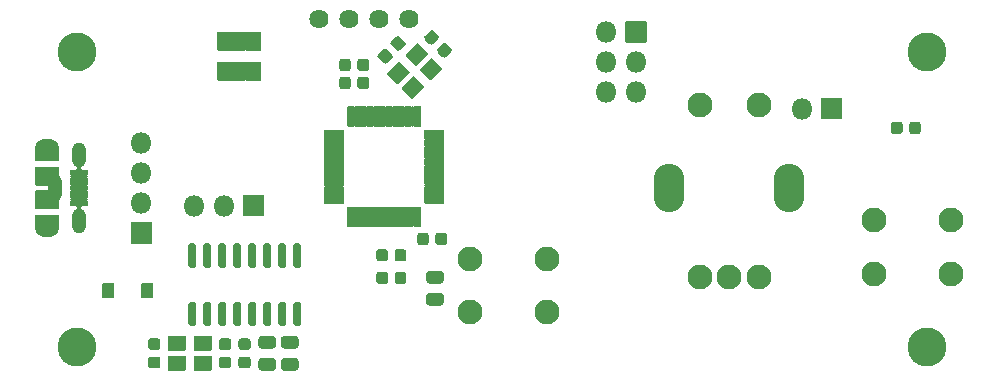
<source format=gbr>
G04 #@! TF.GenerationSoftware,KiCad,Pcbnew,(5.1.9)-1*
G04 #@! TF.CreationDate,2021-05-05T15:50:03+02:00*
G04 #@! TF.ProjectId,V0_Display,56305f44-6973-4706-9c61-792e6b696361,rev?*
G04 #@! TF.SameCoordinates,Original*
G04 #@! TF.FileFunction,Soldermask,Bot*
G04 #@! TF.FilePolarity,Negative*
%FSLAX46Y46*%
G04 Gerber Fmt 4.6, Leading zero omitted, Abs format (unit mm)*
G04 Created by KiCad (PCBNEW (5.1.9)-1) date 2021-05-05 15:50:03*
%MOMM*%
%LPD*%
G01*
G04 APERTURE LIST*
%ADD10O,1.802000X1.802000*%
%ADD11C,1.626000*%
%ADD12O,2.602000X4.102000*%
%ADD13C,2.102000*%
%ADD14O,1.202000X2.302000*%
%ADD15O,1.202000X2.102000*%
%ADD16O,2.002000X1.302000*%
%ADD17C,3.302000*%
%ADD18C,0.100000*%
G04 APERTURE END LIST*
G36*
G01*
X103674500Y-80876000D02*
X103123500Y-80876000D01*
G75*
G02*
X102873000Y-80625500I0J250500D01*
G01*
X102873000Y-80124500D01*
G75*
G02*
X103123500Y-79874000I250500J0D01*
G01*
X103674500Y-79874000D01*
G75*
G02*
X103925000Y-80124500I0J-250500D01*
G01*
X103925000Y-80625500D01*
G75*
G02*
X103674500Y-80876000I-250500J0D01*
G01*
G37*
G36*
G01*
X103674500Y-82426000D02*
X103123500Y-82426000D01*
G75*
G02*
X102873000Y-82175500I0J250500D01*
G01*
X102873000Y-81674500D01*
G75*
G02*
X103123500Y-81424000I250500J0D01*
G01*
X103674500Y-81424000D01*
G75*
G02*
X103925000Y-81674500I0J-250500D01*
G01*
X103925000Y-82175500D01*
G75*
G02*
X103674500Y-82426000I-250500J0D01*
G01*
G37*
G36*
G01*
X159667000Y-62345500D02*
X159667000Y-61794500D01*
G75*
G02*
X159917500Y-61544000I250500J0D01*
G01*
X160418500Y-61544000D01*
G75*
G02*
X160669000Y-61794500I0J-250500D01*
G01*
X160669000Y-62345500D01*
G75*
G02*
X160418500Y-62596000I-250500J0D01*
G01*
X159917500Y-62596000D01*
G75*
G02*
X159667000Y-62345500I0J250500D01*
G01*
G37*
G36*
G01*
X158117000Y-62345500D02*
X158117000Y-61794500D01*
G75*
G02*
X158367500Y-61544000I250500J0D01*
G01*
X158868500Y-61544000D01*
G75*
G02*
X159119000Y-61794500I0J-250500D01*
G01*
X159119000Y-62345500D01*
G75*
G02*
X158868500Y-62596000I-250500J0D01*
G01*
X158367500Y-62596000D01*
G75*
G02*
X158117000Y-62345500I0J250500D01*
G01*
G37*
G36*
G01*
X119548000Y-71743500D02*
X119548000Y-71192500D01*
G75*
G02*
X119798500Y-70942000I250500J0D01*
G01*
X120299500Y-70942000D01*
G75*
G02*
X120550000Y-71192500I0J-250500D01*
G01*
X120550000Y-71743500D01*
G75*
G02*
X120299500Y-71994000I-250500J0D01*
G01*
X119798500Y-71994000D01*
G75*
G02*
X119548000Y-71743500I0J250500D01*
G01*
G37*
G36*
G01*
X117998000Y-71743500D02*
X117998000Y-71192500D01*
G75*
G02*
X118248500Y-70942000I250500J0D01*
G01*
X118749500Y-70942000D01*
G75*
G02*
X119000000Y-71192500I0J-250500D01*
G01*
X119000000Y-71743500D01*
G75*
G02*
X118749500Y-71994000I-250500J0D01*
G01*
X118248500Y-71994000D01*
G75*
G02*
X117998000Y-71743500I0J250500D01*
G01*
G37*
D10*
X134006000Y-59022000D03*
X136546000Y-59022000D03*
X134006000Y-56482000D03*
X136546000Y-56482000D03*
X134006000Y-53942000D03*
G36*
G01*
X137447000Y-53092000D02*
X137447000Y-54792000D01*
G75*
G02*
X137396000Y-54843000I-51000J0D01*
G01*
X135696000Y-54843000D01*
G75*
G02*
X135645000Y-54792000I0J51000D01*
G01*
X135645000Y-53092000D01*
G75*
G02*
X135696000Y-53041000I51000J0D01*
G01*
X137396000Y-53041000D01*
G75*
G02*
X137447000Y-53092000I0J-51000D01*
G01*
G37*
G36*
G01*
X119305631Y-56117921D02*
X120154160Y-56966450D01*
G75*
G02*
X120154160Y-57038574I-36062J-36062D01*
G01*
X119164209Y-58028525D01*
G75*
G02*
X119092085Y-58028525I-36062J36062D01*
G01*
X118243556Y-57179996D01*
G75*
G02*
X118243556Y-57107872I36062J36062D01*
G01*
X119233507Y-56117921D01*
G75*
G02*
X119305631Y-56117921I36062J-36062D01*
G01*
G37*
G36*
G01*
X117749996Y-57673556D02*
X118598525Y-58522085D01*
G75*
G02*
X118598525Y-58594209I-36062J-36062D01*
G01*
X117608574Y-59584160D01*
G75*
G02*
X117536450Y-59584160I-36062J36062D01*
G01*
X116687921Y-58735631D01*
G75*
G02*
X116687921Y-58663507I36062J36062D01*
G01*
X117677872Y-57673556D01*
G75*
G02*
X117749996Y-57673556I36062J-36062D01*
G01*
G37*
G36*
G01*
X116547915Y-56471475D02*
X117396444Y-57320004D01*
G75*
G02*
X117396444Y-57392128I-36062J-36062D01*
G01*
X116406493Y-58382079D01*
G75*
G02*
X116334369Y-58382079I-36062J36062D01*
G01*
X115485840Y-57533550D01*
G75*
G02*
X115485840Y-57461426I36062J36062D01*
G01*
X116475791Y-56471475D01*
G75*
G02*
X116547915Y-56471475I36062J-36062D01*
G01*
G37*
G36*
G01*
X118103550Y-54915840D02*
X118952079Y-55764369D01*
G75*
G02*
X118952079Y-55836493I-36062J-36062D01*
G01*
X117962128Y-56826444D01*
G75*
G02*
X117890004Y-56826444I-36062J36062D01*
G01*
X117041475Y-55977915D01*
G75*
G02*
X117041475Y-55905791I36062J36062D01*
G01*
X118031426Y-54915840D01*
G75*
G02*
X118103550Y-54915840I36062J-36062D01*
G01*
G37*
G36*
G01*
X100601000Y-81399999D02*
X100601000Y-82600001D01*
G75*
G02*
X100550001Y-82651000I-50999J0D01*
G01*
X99149999Y-82651000D01*
G75*
G02*
X99099000Y-82600001I0J50999D01*
G01*
X99099000Y-81399999D01*
G75*
G02*
X99149999Y-81349000I50999J0D01*
G01*
X100550001Y-81349000D01*
G75*
G02*
X100601000Y-81399999I0J-50999D01*
G01*
G37*
G36*
G01*
X98401000Y-81399999D02*
X98401000Y-82600001D01*
G75*
G02*
X98350001Y-82651000I-50999J0D01*
G01*
X96949999Y-82651000D01*
G75*
G02*
X96899000Y-82600001I0J50999D01*
G01*
X96899000Y-81399999D01*
G75*
G02*
X96949999Y-81349000I50999J0D01*
G01*
X98350001Y-81349000D01*
G75*
G02*
X98401000Y-81399999I0J-50999D01*
G01*
G37*
G36*
G01*
X98401000Y-79699999D02*
X98401000Y-80900001D01*
G75*
G02*
X98350001Y-80951000I-50999J0D01*
G01*
X96949999Y-80951000D01*
G75*
G02*
X96899000Y-80900001I0J50999D01*
G01*
X96899000Y-79699999D01*
G75*
G02*
X96949999Y-79649000I50999J0D01*
G01*
X98350001Y-79649000D01*
G75*
G02*
X98401000Y-79699999I0J-50999D01*
G01*
G37*
G36*
G01*
X100601000Y-79699999D02*
X100601000Y-80900001D01*
G75*
G02*
X100550001Y-80951000I-50999J0D01*
G01*
X99149999Y-80951000D01*
G75*
G02*
X99099000Y-80900001I0J50999D01*
G01*
X99099000Y-79699999D01*
G75*
G02*
X99149999Y-79649000I50999J0D01*
G01*
X100550001Y-79649000D01*
G75*
G02*
X100601000Y-79699999I0J-50999D01*
G01*
G37*
G36*
G01*
X108040500Y-73901000D02*
X107689500Y-73901000D01*
G75*
G02*
X107514000Y-73725500I0J175500D01*
G01*
X107514000Y-72024500D01*
G75*
G02*
X107689500Y-71849000I175500J0D01*
G01*
X108040500Y-71849000D01*
G75*
G02*
X108216000Y-72024500I0J-175500D01*
G01*
X108216000Y-73725500D01*
G75*
G02*
X108040500Y-73901000I-175500J0D01*
G01*
G37*
G36*
G01*
X106770500Y-73901000D02*
X106419500Y-73901000D01*
G75*
G02*
X106244000Y-73725500I0J175500D01*
G01*
X106244000Y-72024500D01*
G75*
G02*
X106419500Y-71849000I175500J0D01*
G01*
X106770500Y-71849000D01*
G75*
G02*
X106946000Y-72024500I0J-175500D01*
G01*
X106946000Y-73725500D01*
G75*
G02*
X106770500Y-73901000I-175500J0D01*
G01*
G37*
G36*
G01*
X105500500Y-73901000D02*
X105149500Y-73901000D01*
G75*
G02*
X104974000Y-73725500I0J175500D01*
G01*
X104974000Y-72024500D01*
G75*
G02*
X105149500Y-71849000I175500J0D01*
G01*
X105500500Y-71849000D01*
G75*
G02*
X105676000Y-72024500I0J-175500D01*
G01*
X105676000Y-73725500D01*
G75*
G02*
X105500500Y-73901000I-175500J0D01*
G01*
G37*
G36*
G01*
X104230500Y-73901000D02*
X103879500Y-73901000D01*
G75*
G02*
X103704000Y-73725500I0J175500D01*
G01*
X103704000Y-72024500D01*
G75*
G02*
X103879500Y-71849000I175500J0D01*
G01*
X104230500Y-71849000D01*
G75*
G02*
X104406000Y-72024500I0J-175500D01*
G01*
X104406000Y-73725500D01*
G75*
G02*
X104230500Y-73901000I-175500J0D01*
G01*
G37*
G36*
G01*
X102960500Y-73901000D02*
X102609500Y-73901000D01*
G75*
G02*
X102434000Y-73725500I0J175500D01*
G01*
X102434000Y-72024500D01*
G75*
G02*
X102609500Y-71849000I175500J0D01*
G01*
X102960500Y-71849000D01*
G75*
G02*
X103136000Y-72024500I0J-175500D01*
G01*
X103136000Y-73725500D01*
G75*
G02*
X102960500Y-73901000I-175500J0D01*
G01*
G37*
G36*
G01*
X101690500Y-73901000D02*
X101339500Y-73901000D01*
G75*
G02*
X101164000Y-73725500I0J175500D01*
G01*
X101164000Y-72024500D01*
G75*
G02*
X101339500Y-71849000I175500J0D01*
G01*
X101690500Y-71849000D01*
G75*
G02*
X101866000Y-72024500I0J-175500D01*
G01*
X101866000Y-73725500D01*
G75*
G02*
X101690500Y-73901000I-175500J0D01*
G01*
G37*
G36*
G01*
X100420500Y-73901000D02*
X100069500Y-73901000D01*
G75*
G02*
X99894000Y-73725500I0J175500D01*
G01*
X99894000Y-72024500D01*
G75*
G02*
X100069500Y-71849000I175500J0D01*
G01*
X100420500Y-71849000D01*
G75*
G02*
X100596000Y-72024500I0J-175500D01*
G01*
X100596000Y-73725500D01*
G75*
G02*
X100420500Y-73901000I-175500J0D01*
G01*
G37*
G36*
G01*
X99150500Y-73901000D02*
X98799500Y-73901000D01*
G75*
G02*
X98624000Y-73725500I0J175500D01*
G01*
X98624000Y-72024500D01*
G75*
G02*
X98799500Y-71849000I175500J0D01*
G01*
X99150500Y-71849000D01*
G75*
G02*
X99326000Y-72024500I0J-175500D01*
G01*
X99326000Y-73725500D01*
G75*
G02*
X99150500Y-73901000I-175500J0D01*
G01*
G37*
G36*
G01*
X99150500Y-78851000D02*
X98799500Y-78851000D01*
G75*
G02*
X98624000Y-78675500I0J175500D01*
G01*
X98624000Y-76974500D01*
G75*
G02*
X98799500Y-76799000I175500J0D01*
G01*
X99150500Y-76799000D01*
G75*
G02*
X99326000Y-76974500I0J-175500D01*
G01*
X99326000Y-78675500D01*
G75*
G02*
X99150500Y-78851000I-175500J0D01*
G01*
G37*
G36*
G01*
X100420500Y-78851000D02*
X100069500Y-78851000D01*
G75*
G02*
X99894000Y-78675500I0J175500D01*
G01*
X99894000Y-76974500D01*
G75*
G02*
X100069500Y-76799000I175500J0D01*
G01*
X100420500Y-76799000D01*
G75*
G02*
X100596000Y-76974500I0J-175500D01*
G01*
X100596000Y-78675500D01*
G75*
G02*
X100420500Y-78851000I-175500J0D01*
G01*
G37*
G36*
G01*
X101690500Y-78851000D02*
X101339500Y-78851000D01*
G75*
G02*
X101164000Y-78675500I0J175500D01*
G01*
X101164000Y-76974500D01*
G75*
G02*
X101339500Y-76799000I175500J0D01*
G01*
X101690500Y-76799000D01*
G75*
G02*
X101866000Y-76974500I0J-175500D01*
G01*
X101866000Y-78675500D01*
G75*
G02*
X101690500Y-78851000I-175500J0D01*
G01*
G37*
G36*
G01*
X102960500Y-78851000D02*
X102609500Y-78851000D01*
G75*
G02*
X102434000Y-78675500I0J175500D01*
G01*
X102434000Y-76974500D01*
G75*
G02*
X102609500Y-76799000I175500J0D01*
G01*
X102960500Y-76799000D01*
G75*
G02*
X103136000Y-76974500I0J-175500D01*
G01*
X103136000Y-78675500D01*
G75*
G02*
X102960500Y-78851000I-175500J0D01*
G01*
G37*
G36*
G01*
X104230500Y-78851000D02*
X103879500Y-78851000D01*
G75*
G02*
X103704000Y-78675500I0J175500D01*
G01*
X103704000Y-76974500D01*
G75*
G02*
X103879500Y-76799000I175500J0D01*
G01*
X104230500Y-76799000D01*
G75*
G02*
X104406000Y-76974500I0J-175500D01*
G01*
X104406000Y-78675500D01*
G75*
G02*
X104230500Y-78851000I-175500J0D01*
G01*
G37*
G36*
G01*
X105500500Y-78851000D02*
X105149500Y-78851000D01*
G75*
G02*
X104974000Y-78675500I0J175500D01*
G01*
X104974000Y-76974500D01*
G75*
G02*
X105149500Y-76799000I175500J0D01*
G01*
X105500500Y-76799000D01*
G75*
G02*
X105676000Y-76974500I0J-175500D01*
G01*
X105676000Y-78675500D01*
G75*
G02*
X105500500Y-78851000I-175500J0D01*
G01*
G37*
G36*
G01*
X106770500Y-78851000D02*
X106419500Y-78851000D01*
G75*
G02*
X106244000Y-78675500I0J175500D01*
G01*
X106244000Y-76974500D01*
G75*
G02*
X106419500Y-76799000I175500J0D01*
G01*
X106770500Y-76799000D01*
G75*
G02*
X106946000Y-76974500I0J-175500D01*
G01*
X106946000Y-78675500D01*
G75*
G02*
X106770500Y-78851000I-175500J0D01*
G01*
G37*
G36*
G01*
X108040500Y-78851000D02*
X107689500Y-78851000D01*
G75*
G02*
X107514000Y-78675500I0J175500D01*
G01*
X107514000Y-76974500D01*
G75*
G02*
X107689500Y-76799000I175500J0D01*
G01*
X108040500Y-76799000D01*
G75*
G02*
X108216000Y-76974500I0J-175500D01*
G01*
X108216000Y-78675500D01*
G75*
G02*
X108040500Y-78851000I-175500J0D01*
G01*
G37*
G36*
G01*
X111821000Y-62275000D02*
X111821000Y-62825000D01*
G75*
G02*
X111770000Y-62876000I-51000J0D01*
G01*
X110170000Y-62876000D01*
G75*
G02*
X110119000Y-62825000I0J51000D01*
G01*
X110119000Y-62275000D01*
G75*
G02*
X110170000Y-62224000I51000J0D01*
G01*
X111770000Y-62224000D01*
G75*
G02*
X111821000Y-62275000I0J-51000D01*
G01*
G37*
G36*
G01*
X111821000Y-63075000D02*
X111821000Y-63625000D01*
G75*
G02*
X111770000Y-63676000I-51000J0D01*
G01*
X110170000Y-63676000D01*
G75*
G02*
X110119000Y-63625000I0J51000D01*
G01*
X110119000Y-63075000D01*
G75*
G02*
X110170000Y-63024000I51000J0D01*
G01*
X111770000Y-63024000D01*
G75*
G02*
X111821000Y-63075000I0J-51000D01*
G01*
G37*
G36*
G01*
X111821000Y-63875000D02*
X111821000Y-64425000D01*
G75*
G02*
X111770000Y-64476000I-51000J0D01*
G01*
X110170000Y-64476000D01*
G75*
G02*
X110119000Y-64425000I0J51000D01*
G01*
X110119000Y-63875000D01*
G75*
G02*
X110170000Y-63824000I51000J0D01*
G01*
X111770000Y-63824000D01*
G75*
G02*
X111821000Y-63875000I0J-51000D01*
G01*
G37*
G36*
G01*
X111821000Y-64675000D02*
X111821000Y-65225000D01*
G75*
G02*
X111770000Y-65276000I-51000J0D01*
G01*
X110170000Y-65276000D01*
G75*
G02*
X110119000Y-65225000I0J51000D01*
G01*
X110119000Y-64675000D01*
G75*
G02*
X110170000Y-64624000I51000J0D01*
G01*
X111770000Y-64624000D01*
G75*
G02*
X111821000Y-64675000I0J-51000D01*
G01*
G37*
G36*
G01*
X111821000Y-65475000D02*
X111821000Y-66025000D01*
G75*
G02*
X111770000Y-66076000I-51000J0D01*
G01*
X110170000Y-66076000D01*
G75*
G02*
X110119000Y-66025000I0J51000D01*
G01*
X110119000Y-65475000D01*
G75*
G02*
X110170000Y-65424000I51000J0D01*
G01*
X111770000Y-65424000D01*
G75*
G02*
X111821000Y-65475000I0J-51000D01*
G01*
G37*
G36*
G01*
X111821000Y-66275000D02*
X111821000Y-66825000D01*
G75*
G02*
X111770000Y-66876000I-51000J0D01*
G01*
X110170000Y-66876000D01*
G75*
G02*
X110119000Y-66825000I0J51000D01*
G01*
X110119000Y-66275000D01*
G75*
G02*
X110170000Y-66224000I51000J0D01*
G01*
X111770000Y-66224000D01*
G75*
G02*
X111821000Y-66275000I0J-51000D01*
G01*
G37*
G36*
G01*
X111821000Y-67075000D02*
X111821000Y-67625000D01*
G75*
G02*
X111770000Y-67676000I-51000J0D01*
G01*
X110170000Y-67676000D01*
G75*
G02*
X110119000Y-67625000I0J51000D01*
G01*
X110119000Y-67075000D01*
G75*
G02*
X110170000Y-67024000I51000J0D01*
G01*
X111770000Y-67024000D01*
G75*
G02*
X111821000Y-67075000I0J-51000D01*
G01*
G37*
G36*
G01*
X111821000Y-67875000D02*
X111821000Y-68425000D01*
G75*
G02*
X111770000Y-68476000I-51000J0D01*
G01*
X110170000Y-68476000D01*
G75*
G02*
X110119000Y-68425000I0J51000D01*
G01*
X110119000Y-67875000D01*
G75*
G02*
X110170000Y-67824000I51000J0D01*
G01*
X111770000Y-67824000D01*
G75*
G02*
X111821000Y-67875000I0J-51000D01*
G01*
G37*
G36*
G01*
X112145000Y-68749000D02*
X112695000Y-68749000D01*
G75*
G02*
X112746000Y-68800000I0J-51000D01*
G01*
X112746000Y-70400000D01*
G75*
G02*
X112695000Y-70451000I-51000J0D01*
G01*
X112145000Y-70451000D01*
G75*
G02*
X112094000Y-70400000I0J51000D01*
G01*
X112094000Y-68800000D01*
G75*
G02*
X112145000Y-68749000I51000J0D01*
G01*
G37*
G36*
G01*
X112945000Y-68749000D02*
X113495000Y-68749000D01*
G75*
G02*
X113546000Y-68800000I0J-51000D01*
G01*
X113546000Y-70400000D01*
G75*
G02*
X113495000Y-70451000I-51000J0D01*
G01*
X112945000Y-70451000D01*
G75*
G02*
X112894000Y-70400000I0J51000D01*
G01*
X112894000Y-68800000D01*
G75*
G02*
X112945000Y-68749000I51000J0D01*
G01*
G37*
G36*
G01*
X113745000Y-68749000D02*
X114295000Y-68749000D01*
G75*
G02*
X114346000Y-68800000I0J-51000D01*
G01*
X114346000Y-70400000D01*
G75*
G02*
X114295000Y-70451000I-51000J0D01*
G01*
X113745000Y-70451000D01*
G75*
G02*
X113694000Y-70400000I0J51000D01*
G01*
X113694000Y-68800000D01*
G75*
G02*
X113745000Y-68749000I51000J0D01*
G01*
G37*
G36*
G01*
X114545000Y-68749000D02*
X115095000Y-68749000D01*
G75*
G02*
X115146000Y-68800000I0J-51000D01*
G01*
X115146000Y-70400000D01*
G75*
G02*
X115095000Y-70451000I-51000J0D01*
G01*
X114545000Y-70451000D01*
G75*
G02*
X114494000Y-70400000I0J51000D01*
G01*
X114494000Y-68800000D01*
G75*
G02*
X114545000Y-68749000I51000J0D01*
G01*
G37*
G36*
G01*
X115345000Y-68749000D02*
X115895000Y-68749000D01*
G75*
G02*
X115946000Y-68800000I0J-51000D01*
G01*
X115946000Y-70400000D01*
G75*
G02*
X115895000Y-70451000I-51000J0D01*
G01*
X115345000Y-70451000D01*
G75*
G02*
X115294000Y-70400000I0J51000D01*
G01*
X115294000Y-68800000D01*
G75*
G02*
X115345000Y-68749000I51000J0D01*
G01*
G37*
G36*
G01*
X116145000Y-68749000D02*
X116695000Y-68749000D01*
G75*
G02*
X116746000Y-68800000I0J-51000D01*
G01*
X116746000Y-70400000D01*
G75*
G02*
X116695000Y-70451000I-51000J0D01*
G01*
X116145000Y-70451000D01*
G75*
G02*
X116094000Y-70400000I0J51000D01*
G01*
X116094000Y-68800000D01*
G75*
G02*
X116145000Y-68749000I51000J0D01*
G01*
G37*
G36*
G01*
X116945000Y-68749000D02*
X117495000Y-68749000D01*
G75*
G02*
X117546000Y-68800000I0J-51000D01*
G01*
X117546000Y-70400000D01*
G75*
G02*
X117495000Y-70451000I-51000J0D01*
G01*
X116945000Y-70451000D01*
G75*
G02*
X116894000Y-70400000I0J51000D01*
G01*
X116894000Y-68800000D01*
G75*
G02*
X116945000Y-68749000I51000J0D01*
G01*
G37*
G36*
G01*
X117745000Y-68749000D02*
X118295000Y-68749000D01*
G75*
G02*
X118346000Y-68800000I0J-51000D01*
G01*
X118346000Y-70400000D01*
G75*
G02*
X118295000Y-70451000I-51000J0D01*
G01*
X117745000Y-70451000D01*
G75*
G02*
X117694000Y-70400000I0J51000D01*
G01*
X117694000Y-68800000D01*
G75*
G02*
X117745000Y-68749000I51000J0D01*
G01*
G37*
G36*
G01*
X120321000Y-67875000D02*
X120321000Y-68425000D01*
G75*
G02*
X120270000Y-68476000I-51000J0D01*
G01*
X118670000Y-68476000D01*
G75*
G02*
X118619000Y-68425000I0J51000D01*
G01*
X118619000Y-67875000D01*
G75*
G02*
X118670000Y-67824000I51000J0D01*
G01*
X120270000Y-67824000D01*
G75*
G02*
X120321000Y-67875000I0J-51000D01*
G01*
G37*
G36*
G01*
X120321000Y-67075000D02*
X120321000Y-67625000D01*
G75*
G02*
X120270000Y-67676000I-51000J0D01*
G01*
X118670000Y-67676000D01*
G75*
G02*
X118619000Y-67625000I0J51000D01*
G01*
X118619000Y-67075000D01*
G75*
G02*
X118670000Y-67024000I51000J0D01*
G01*
X120270000Y-67024000D01*
G75*
G02*
X120321000Y-67075000I0J-51000D01*
G01*
G37*
G36*
G01*
X120321000Y-66275000D02*
X120321000Y-66825000D01*
G75*
G02*
X120270000Y-66876000I-51000J0D01*
G01*
X118670000Y-66876000D01*
G75*
G02*
X118619000Y-66825000I0J51000D01*
G01*
X118619000Y-66275000D01*
G75*
G02*
X118670000Y-66224000I51000J0D01*
G01*
X120270000Y-66224000D01*
G75*
G02*
X120321000Y-66275000I0J-51000D01*
G01*
G37*
G36*
G01*
X120321000Y-65475000D02*
X120321000Y-66025000D01*
G75*
G02*
X120270000Y-66076000I-51000J0D01*
G01*
X118670000Y-66076000D01*
G75*
G02*
X118619000Y-66025000I0J51000D01*
G01*
X118619000Y-65475000D01*
G75*
G02*
X118670000Y-65424000I51000J0D01*
G01*
X120270000Y-65424000D01*
G75*
G02*
X120321000Y-65475000I0J-51000D01*
G01*
G37*
G36*
G01*
X120321000Y-64675000D02*
X120321000Y-65225000D01*
G75*
G02*
X120270000Y-65276000I-51000J0D01*
G01*
X118670000Y-65276000D01*
G75*
G02*
X118619000Y-65225000I0J51000D01*
G01*
X118619000Y-64675000D01*
G75*
G02*
X118670000Y-64624000I51000J0D01*
G01*
X120270000Y-64624000D01*
G75*
G02*
X120321000Y-64675000I0J-51000D01*
G01*
G37*
G36*
G01*
X120321000Y-63875000D02*
X120321000Y-64425000D01*
G75*
G02*
X120270000Y-64476000I-51000J0D01*
G01*
X118670000Y-64476000D01*
G75*
G02*
X118619000Y-64425000I0J51000D01*
G01*
X118619000Y-63875000D01*
G75*
G02*
X118670000Y-63824000I51000J0D01*
G01*
X120270000Y-63824000D01*
G75*
G02*
X120321000Y-63875000I0J-51000D01*
G01*
G37*
G36*
G01*
X120321000Y-63075000D02*
X120321000Y-63625000D01*
G75*
G02*
X120270000Y-63676000I-51000J0D01*
G01*
X118670000Y-63676000D01*
G75*
G02*
X118619000Y-63625000I0J51000D01*
G01*
X118619000Y-63075000D01*
G75*
G02*
X118670000Y-63024000I51000J0D01*
G01*
X120270000Y-63024000D01*
G75*
G02*
X120321000Y-63075000I0J-51000D01*
G01*
G37*
G36*
G01*
X120321000Y-62275000D02*
X120321000Y-62825000D01*
G75*
G02*
X120270000Y-62876000I-51000J0D01*
G01*
X118670000Y-62876000D01*
G75*
G02*
X118619000Y-62825000I0J51000D01*
G01*
X118619000Y-62275000D01*
G75*
G02*
X118670000Y-62224000I51000J0D01*
G01*
X120270000Y-62224000D01*
G75*
G02*
X120321000Y-62275000I0J-51000D01*
G01*
G37*
G36*
G01*
X117745000Y-60249000D02*
X118295000Y-60249000D01*
G75*
G02*
X118346000Y-60300000I0J-51000D01*
G01*
X118346000Y-61900000D01*
G75*
G02*
X118295000Y-61951000I-51000J0D01*
G01*
X117745000Y-61951000D01*
G75*
G02*
X117694000Y-61900000I0J51000D01*
G01*
X117694000Y-60300000D01*
G75*
G02*
X117745000Y-60249000I51000J0D01*
G01*
G37*
G36*
G01*
X116945000Y-60249000D02*
X117495000Y-60249000D01*
G75*
G02*
X117546000Y-60300000I0J-51000D01*
G01*
X117546000Y-61900000D01*
G75*
G02*
X117495000Y-61951000I-51000J0D01*
G01*
X116945000Y-61951000D01*
G75*
G02*
X116894000Y-61900000I0J51000D01*
G01*
X116894000Y-60300000D01*
G75*
G02*
X116945000Y-60249000I51000J0D01*
G01*
G37*
G36*
G01*
X116145000Y-60249000D02*
X116695000Y-60249000D01*
G75*
G02*
X116746000Y-60300000I0J-51000D01*
G01*
X116746000Y-61900000D01*
G75*
G02*
X116695000Y-61951000I-51000J0D01*
G01*
X116145000Y-61951000D01*
G75*
G02*
X116094000Y-61900000I0J51000D01*
G01*
X116094000Y-60300000D01*
G75*
G02*
X116145000Y-60249000I51000J0D01*
G01*
G37*
G36*
G01*
X115345000Y-60249000D02*
X115895000Y-60249000D01*
G75*
G02*
X115946000Y-60300000I0J-51000D01*
G01*
X115946000Y-61900000D01*
G75*
G02*
X115895000Y-61951000I-51000J0D01*
G01*
X115345000Y-61951000D01*
G75*
G02*
X115294000Y-61900000I0J51000D01*
G01*
X115294000Y-60300000D01*
G75*
G02*
X115345000Y-60249000I51000J0D01*
G01*
G37*
G36*
G01*
X114545000Y-60249000D02*
X115095000Y-60249000D01*
G75*
G02*
X115146000Y-60300000I0J-51000D01*
G01*
X115146000Y-61900000D01*
G75*
G02*
X115095000Y-61951000I-51000J0D01*
G01*
X114545000Y-61951000D01*
G75*
G02*
X114494000Y-61900000I0J51000D01*
G01*
X114494000Y-60300000D01*
G75*
G02*
X114545000Y-60249000I51000J0D01*
G01*
G37*
G36*
G01*
X113745000Y-60249000D02*
X114295000Y-60249000D01*
G75*
G02*
X114346000Y-60300000I0J-51000D01*
G01*
X114346000Y-61900000D01*
G75*
G02*
X114295000Y-61951000I-51000J0D01*
G01*
X113745000Y-61951000D01*
G75*
G02*
X113694000Y-61900000I0J51000D01*
G01*
X113694000Y-60300000D01*
G75*
G02*
X113745000Y-60249000I51000J0D01*
G01*
G37*
G36*
G01*
X112945000Y-60249000D02*
X113495000Y-60249000D01*
G75*
G02*
X113546000Y-60300000I0J-51000D01*
G01*
X113546000Y-61900000D01*
G75*
G02*
X113495000Y-61951000I-51000J0D01*
G01*
X112945000Y-61951000D01*
G75*
G02*
X112894000Y-61900000I0J51000D01*
G01*
X112894000Y-60300000D01*
G75*
G02*
X112945000Y-60249000I51000J0D01*
G01*
G37*
G36*
G01*
X112145000Y-60249000D02*
X112695000Y-60249000D01*
G75*
G02*
X112746000Y-60300000I0J-51000D01*
G01*
X112746000Y-61900000D01*
G75*
G02*
X112695000Y-61951000I-51000J0D01*
G01*
X112145000Y-61951000D01*
G75*
G02*
X112094000Y-61900000I0J51000D01*
G01*
X112094000Y-60300000D01*
G75*
G02*
X112145000Y-60249000I51000J0D01*
G01*
G37*
G36*
G01*
X92371000Y-75250000D02*
X92371000Y-76450000D01*
G75*
G02*
X92320000Y-76501000I-51000J0D01*
G01*
X91420000Y-76501000D01*
G75*
G02*
X91369000Y-76450000I0J51000D01*
G01*
X91369000Y-75250000D01*
G75*
G02*
X91420000Y-75199000I51000J0D01*
G01*
X92320000Y-75199000D01*
G75*
G02*
X92371000Y-75250000I0J-51000D01*
G01*
G37*
G36*
G01*
X95671000Y-75250000D02*
X95671000Y-76450000D01*
G75*
G02*
X95620000Y-76501000I-51000J0D01*
G01*
X94720000Y-76501000D01*
G75*
G02*
X94669000Y-76450000I0J51000D01*
G01*
X94669000Y-75250000D01*
G75*
G02*
X94720000Y-75199000I51000J0D01*
G01*
X95620000Y-75199000D01*
G75*
G02*
X95671000Y-75250000I0J-51000D01*
G01*
G37*
G36*
G01*
X116233556Y-55467060D02*
X115843940Y-55077444D01*
G75*
G02*
X115843940Y-54723184I177130J177130D01*
G01*
X116198200Y-54368924D01*
G75*
G02*
X116552460Y-54368924I177130J-177130D01*
G01*
X116942076Y-54758540D01*
G75*
G02*
X116942076Y-55112800I-177130J-177130D01*
G01*
X116587816Y-55467060D01*
G75*
G02*
X116233556Y-55467060I-177130J177130D01*
G01*
G37*
G36*
G01*
X115137540Y-56563076D02*
X114747924Y-56173460D01*
G75*
G02*
X114747924Y-55819200I177130J177130D01*
G01*
X115102184Y-55464940D01*
G75*
G02*
X115456444Y-55464940I177130J-177130D01*
G01*
X115846060Y-55854556D01*
G75*
G02*
X115846060Y-56208816I-177130J-177130D01*
G01*
X115491800Y-56563076D01*
G75*
G02*
X115137540Y-56563076I-177130J177130D01*
G01*
G37*
G36*
G01*
X119780940Y-55346556D02*
X120170556Y-54956940D01*
G75*
G02*
X120524816Y-54956940I177130J-177130D01*
G01*
X120879076Y-55311200D01*
G75*
G02*
X120879076Y-55665460I-177130J-177130D01*
G01*
X120489460Y-56055076D01*
G75*
G02*
X120135200Y-56055076I-177130J177130D01*
G01*
X119780940Y-55700816D01*
G75*
G02*
X119780940Y-55346556I177130J177130D01*
G01*
G37*
G36*
G01*
X118684924Y-54250540D02*
X119074540Y-53860924D01*
G75*
G02*
X119428800Y-53860924I177130J-177130D01*
G01*
X119783060Y-54215184D01*
G75*
G02*
X119783060Y-54569444I-177130J-177130D01*
G01*
X119393444Y-54959060D01*
G75*
G02*
X119039184Y-54959060I-177130J177130D01*
G01*
X118684924Y-54604800D01*
G75*
G02*
X118684924Y-54250540I177130J177130D01*
G01*
G37*
G36*
G01*
X95474500Y-81424000D02*
X96025500Y-81424000D01*
G75*
G02*
X96276000Y-81674500I0J-250500D01*
G01*
X96276000Y-82175500D01*
G75*
G02*
X96025500Y-82426000I-250500J0D01*
G01*
X95474500Y-82426000D01*
G75*
G02*
X95224000Y-82175500I0J250500D01*
G01*
X95224000Y-81674500D01*
G75*
G02*
X95474500Y-81424000I250500J0D01*
G01*
G37*
G36*
G01*
X95474500Y-79874000D02*
X96025500Y-79874000D01*
G75*
G02*
X96276000Y-80124500I0J-250500D01*
G01*
X96276000Y-80625500D01*
G75*
G02*
X96025500Y-80876000I-250500J0D01*
G01*
X95474500Y-80876000D01*
G75*
G02*
X95224000Y-80625500I0J250500D01*
G01*
X95224000Y-80124500D01*
G75*
G02*
X95474500Y-79874000I250500J0D01*
G01*
G37*
G36*
G01*
X101474500Y-81424000D02*
X102025500Y-81424000D01*
G75*
G02*
X102276000Y-81674500I0J-250500D01*
G01*
X102276000Y-82175500D01*
G75*
G02*
X102025500Y-82426000I-250500J0D01*
G01*
X101474500Y-82426000D01*
G75*
G02*
X101224000Y-82175500I0J250500D01*
G01*
X101224000Y-81674500D01*
G75*
G02*
X101474500Y-81424000I250500J0D01*
G01*
G37*
G36*
G01*
X101474500Y-79874000D02*
X102025500Y-79874000D01*
G75*
G02*
X102276000Y-80124500I0J-250500D01*
G01*
X102276000Y-80625500D01*
G75*
G02*
X102025500Y-80876000I-250500J0D01*
G01*
X101474500Y-80876000D01*
G75*
G02*
X101224000Y-80625500I0J250500D01*
G01*
X101224000Y-80124500D01*
G75*
G02*
X101474500Y-79874000I250500J0D01*
G01*
G37*
G36*
G01*
X112396000Y-57984500D02*
X112396000Y-58535500D01*
G75*
G02*
X112145500Y-58786000I-250500J0D01*
G01*
X111644500Y-58786000D01*
G75*
G02*
X111394000Y-58535500I0J250500D01*
G01*
X111394000Y-57984500D01*
G75*
G02*
X111644500Y-57734000I250500J0D01*
G01*
X112145500Y-57734000D01*
G75*
G02*
X112396000Y-57984500I0J-250500D01*
G01*
G37*
G36*
G01*
X113946000Y-57984500D02*
X113946000Y-58535500D01*
G75*
G02*
X113695500Y-58786000I-250500J0D01*
G01*
X113194500Y-58786000D01*
G75*
G02*
X112944000Y-58535500I0J250500D01*
G01*
X112944000Y-57984500D01*
G75*
G02*
X113194500Y-57734000I250500J0D01*
G01*
X113695500Y-57734000D01*
G75*
G02*
X113946000Y-57984500I0J-250500D01*
G01*
G37*
G36*
G01*
X112944000Y-57011500D02*
X112944000Y-56460500D01*
G75*
G02*
X113194500Y-56210000I250500J0D01*
G01*
X113695500Y-56210000D01*
G75*
G02*
X113946000Y-56460500I0J-250500D01*
G01*
X113946000Y-57011500D01*
G75*
G02*
X113695500Y-57262000I-250500J0D01*
G01*
X113194500Y-57262000D01*
G75*
G02*
X112944000Y-57011500I0J250500D01*
G01*
G37*
G36*
G01*
X111394000Y-57011500D02*
X111394000Y-56460500D01*
G75*
G02*
X111644500Y-56210000I250500J0D01*
G01*
X112145500Y-56210000D01*
G75*
G02*
X112396000Y-56460500I0J-250500D01*
G01*
X112396000Y-57011500D01*
G75*
G02*
X112145500Y-57262000I-250500J0D01*
G01*
X111644500Y-57262000D01*
G75*
G02*
X111394000Y-57011500I0J250500D01*
G01*
G37*
G36*
G01*
X115546000Y-72574500D02*
X115546000Y-73125500D01*
G75*
G02*
X115295500Y-73376000I-250500J0D01*
G01*
X114794500Y-73376000D01*
G75*
G02*
X114544000Y-73125500I0J250500D01*
G01*
X114544000Y-72574500D01*
G75*
G02*
X114794500Y-72324000I250500J0D01*
G01*
X115295500Y-72324000D01*
G75*
G02*
X115546000Y-72574500I0J-250500D01*
G01*
G37*
G36*
G01*
X117096000Y-72574500D02*
X117096000Y-73125500D01*
G75*
G02*
X116845500Y-73376000I-250500J0D01*
G01*
X116344500Y-73376000D01*
G75*
G02*
X116094000Y-73125500I0J250500D01*
G01*
X116094000Y-72574500D01*
G75*
G02*
X116344500Y-72324000I250500J0D01*
G01*
X116845500Y-72324000D01*
G75*
G02*
X117096000Y-72574500I0J-250500D01*
G01*
G37*
G36*
G01*
X116094000Y-75045500D02*
X116094000Y-74494500D01*
G75*
G02*
X116344500Y-74244000I250500J0D01*
G01*
X116845500Y-74244000D01*
G75*
G02*
X117096000Y-74494500I0J-250500D01*
G01*
X117096000Y-75045500D01*
G75*
G02*
X116845500Y-75296000I-250500J0D01*
G01*
X116344500Y-75296000D01*
G75*
G02*
X116094000Y-75045500I0J250500D01*
G01*
G37*
G36*
G01*
X114544000Y-75045500D02*
X114544000Y-74494500D01*
G75*
G02*
X114794500Y-74244000I250500J0D01*
G01*
X115295500Y-74244000D01*
G75*
G02*
X115546000Y-74494500I0J-250500D01*
G01*
X115546000Y-75045500D01*
G75*
G02*
X115295500Y-75296000I-250500J0D01*
G01*
X114794500Y-75296000D01*
G75*
G02*
X114544000Y-75045500I0J250500D01*
G01*
G37*
G36*
G01*
X106738250Y-81549000D02*
X107701750Y-81549000D01*
G75*
G02*
X107971000Y-81818250I0J-269250D01*
G01*
X107971000Y-82356750D01*
G75*
G02*
X107701750Y-82626000I-269250J0D01*
G01*
X106738250Y-82626000D01*
G75*
G02*
X106469000Y-82356750I0J269250D01*
G01*
X106469000Y-81818250D01*
G75*
G02*
X106738250Y-81549000I269250J0D01*
G01*
G37*
G36*
G01*
X106738250Y-79674000D02*
X107701750Y-79674000D01*
G75*
G02*
X107971000Y-79943250I0J-269250D01*
G01*
X107971000Y-80481750D01*
G75*
G02*
X107701750Y-80751000I-269250J0D01*
G01*
X106738250Y-80751000D01*
G75*
G02*
X106469000Y-80481750I0J269250D01*
G01*
X106469000Y-79943250D01*
G75*
G02*
X106738250Y-79674000I269250J0D01*
G01*
G37*
G36*
G01*
X105801750Y-80751000D02*
X104838250Y-80751000D01*
G75*
G02*
X104569000Y-80481750I0J269250D01*
G01*
X104569000Y-79943250D01*
G75*
G02*
X104838250Y-79674000I269250J0D01*
G01*
X105801750Y-79674000D01*
G75*
G02*
X106071000Y-79943250I0J-269250D01*
G01*
X106071000Y-80481750D01*
G75*
G02*
X105801750Y-80751000I-269250J0D01*
G01*
G37*
G36*
G01*
X105801750Y-82626000D02*
X104838250Y-82626000D01*
G75*
G02*
X104569000Y-82356750I0J269250D01*
G01*
X104569000Y-81818250D01*
G75*
G02*
X104838250Y-81549000I269250J0D01*
G01*
X105801750Y-81549000D01*
G75*
G02*
X106071000Y-81818250I0J-269250D01*
G01*
X106071000Y-82356750D01*
G75*
G02*
X105801750Y-82626000I-269250J0D01*
G01*
G37*
D11*
X117280000Y-52850000D03*
X114740000Y-52850000D03*
X112200000Y-52850000D03*
X109660000Y-52850000D03*
D12*
X149500000Y-67150000D03*
X139340000Y-67150000D03*
D13*
X146920000Y-60150000D03*
X141920000Y-60150000D03*
X146920000Y-74650000D03*
X144420000Y-74650000D03*
X141920000Y-74650000D03*
X163170000Y-69900000D03*
X163170000Y-74400000D03*
X156670000Y-69900000D03*
X156670000Y-74400000D03*
X122475000Y-73145000D03*
X122475000Y-77645000D03*
X128975000Y-73145000D03*
X128975000Y-77645000D03*
G36*
G01*
X120001750Y-75251000D02*
X119038250Y-75251000D01*
G75*
G02*
X118769000Y-74981750I0J269250D01*
G01*
X118769000Y-74443250D01*
G75*
G02*
X119038250Y-74174000I269250J0D01*
G01*
X120001750Y-74174000D01*
G75*
G02*
X120271000Y-74443250I0J-269250D01*
G01*
X120271000Y-74981750D01*
G75*
G02*
X120001750Y-75251000I-269250J0D01*
G01*
G37*
G36*
G01*
X120001750Y-77126000D02*
X119038250Y-77126000D01*
G75*
G02*
X118769000Y-76856750I0J269250D01*
G01*
X118769000Y-76318250D01*
G75*
G02*
X119038250Y-76049000I269250J0D01*
G01*
X120001750Y-76049000D01*
G75*
G02*
X120271000Y-76318250I0J-269250D01*
G01*
X120271000Y-76856750D01*
G75*
G02*
X120001750Y-77126000I-269250J0D01*
G01*
G37*
G36*
G01*
X102399000Y-55480000D02*
X102399000Y-53980000D01*
G75*
G02*
X102450000Y-53929000I51000J0D01*
G01*
X103450000Y-53929000D01*
G75*
G02*
X103501000Y-53980000I0J-51000D01*
G01*
X103501000Y-55480000D01*
G75*
G02*
X103450000Y-55531000I-51000J0D01*
G01*
X102450000Y-55531000D01*
G75*
G02*
X102399000Y-55480000I0J51000D01*
G01*
G37*
G36*
G01*
X103699000Y-55480000D02*
X103699000Y-53980000D01*
G75*
G02*
X103750000Y-53929000I51000J0D01*
G01*
X104750000Y-53929000D01*
G75*
G02*
X104801000Y-53980000I0J-51000D01*
G01*
X104801000Y-55480000D01*
G75*
G02*
X104750000Y-55531000I-51000J0D01*
G01*
X103750000Y-55531000D01*
G75*
G02*
X103699000Y-55480000I0J51000D01*
G01*
G37*
G36*
G01*
X101099000Y-55480000D02*
X101099000Y-53980000D01*
G75*
G02*
X101150000Y-53929000I51000J0D01*
G01*
X102150000Y-53929000D01*
G75*
G02*
X102201000Y-53980000I0J-51000D01*
G01*
X102201000Y-55480000D01*
G75*
G02*
X102150000Y-55531000I-51000J0D01*
G01*
X101150000Y-55531000D01*
G75*
G02*
X101099000Y-55480000I0J51000D01*
G01*
G37*
G36*
G01*
X103501000Y-56520000D02*
X103501000Y-58020000D01*
G75*
G02*
X103450000Y-58071000I-51000J0D01*
G01*
X102450000Y-58071000D01*
G75*
G02*
X102399000Y-58020000I0J51000D01*
G01*
X102399000Y-56520000D01*
G75*
G02*
X102450000Y-56469000I51000J0D01*
G01*
X103450000Y-56469000D01*
G75*
G02*
X103501000Y-56520000I0J-51000D01*
G01*
G37*
G36*
G01*
X102201000Y-56520000D02*
X102201000Y-58020000D01*
G75*
G02*
X102150000Y-58071000I-51000J0D01*
G01*
X101150000Y-58071000D01*
G75*
G02*
X101099000Y-58020000I0J51000D01*
G01*
X101099000Y-56520000D01*
G75*
G02*
X101150000Y-56469000I51000J0D01*
G01*
X102150000Y-56469000D01*
G75*
G02*
X102201000Y-56520000I0J-51000D01*
G01*
G37*
G36*
G01*
X104801000Y-56520000D02*
X104801000Y-58020000D01*
G75*
G02*
X104750000Y-58071000I-51000J0D01*
G01*
X103750000Y-58071000D01*
G75*
G02*
X103699000Y-58020000I0J51000D01*
G01*
X103699000Y-56520000D01*
G75*
G02*
X103750000Y-56469000I51000J0D01*
G01*
X104750000Y-56469000D01*
G75*
G02*
X104801000Y-56520000I0J-51000D01*
G01*
G37*
D10*
X150575000Y-60445000D03*
G36*
G01*
X153965000Y-61346000D02*
X152265000Y-61346000D01*
G75*
G02*
X152214000Y-61295000I0J51000D01*
G01*
X152214000Y-59595000D01*
G75*
G02*
X152265000Y-59544000I51000J0D01*
G01*
X153965000Y-59544000D01*
G75*
G02*
X154016000Y-59595000I0J-51000D01*
G01*
X154016000Y-61295000D01*
G75*
G02*
X153965000Y-61346000I-51000J0D01*
G01*
G37*
X94670000Y-63340000D03*
X94670000Y-65880000D03*
X94670000Y-68420000D03*
G36*
G01*
X93769000Y-71810000D02*
X93769000Y-70110000D01*
G75*
G02*
X93820000Y-70059000I51000J0D01*
G01*
X95520000Y-70059000D01*
G75*
G02*
X95571000Y-70110000I0J-51000D01*
G01*
X95571000Y-71810000D01*
G75*
G02*
X95520000Y-71861000I-51000J0D01*
G01*
X93820000Y-71861000D01*
G75*
G02*
X93769000Y-71810000I0J51000D01*
G01*
G37*
D14*
X87350500Y-67150000D03*
D15*
X89382500Y-69944000D03*
G36*
G01*
X87632501Y-70701000D02*
X85732499Y-70701000D01*
G75*
G02*
X85681500Y-70650001I0J50999D01*
G01*
X85681500Y-69449999D01*
G75*
G02*
X85732499Y-69399000I50999J0D01*
G01*
X87632501Y-69399000D01*
G75*
G02*
X87683500Y-69449999I0J-50999D01*
G01*
X87683500Y-70650001D01*
G75*
G02*
X87632501Y-70701000I-50999J0D01*
G01*
G37*
G36*
G01*
X87632501Y-64901000D02*
X85732499Y-64901000D01*
G75*
G02*
X85681500Y-64850001I0J50999D01*
G01*
X85681500Y-63649999D01*
G75*
G02*
X85732499Y-63599000I50999J0D01*
G01*
X87632501Y-63599000D01*
G75*
G02*
X87683500Y-63649999I0J-50999D01*
G01*
X87683500Y-64850001D01*
G75*
G02*
X87632501Y-64901000I-50999J0D01*
G01*
G37*
D16*
X86682500Y-63650000D03*
X86682500Y-70650000D03*
G36*
G01*
X87632500Y-68951000D02*
X85732500Y-68951000D01*
G75*
G02*
X85681500Y-68900000I0J51000D01*
G01*
X85681500Y-67400000D01*
G75*
G02*
X85732500Y-67349000I51000J0D01*
G01*
X87632500Y-67349000D01*
G75*
G02*
X87683500Y-67400000I0J-51000D01*
G01*
X87683500Y-68900000D01*
G75*
G02*
X87632500Y-68951000I-51000J0D01*
G01*
G37*
D15*
X89382500Y-64356000D03*
G36*
G01*
X90057500Y-67401000D02*
X88707500Y-67401000D01*
G75*
G02*
X88656500Y-67350000I0J51000D01*
G01*
X88656500Y-66950000D01*
G75*
G02*
X88707500Y-66899000I51000J0D01*
G01*
X90057500Y-66899000D01*
G75*
G02*
X90108500Y-66950000I0J-51000D01*
G01*
X90108500Y-67350000D01*
G75*
G02*
X90057500Y-67401000I-51000J0D01*
G01*
G37*
G36*
G01*
X90057500Y-66751000D02*
X88707500Y-66751000D01*
G75*
G02*
X88656500Y-66700000I0J51000D01*
G01*
X88656500Y-66300000D01*
G75*
G02*
X88707500Y-66249000I51000J0D01*
G01*
X90057500Y-66249000D01*
G75*
G02*
X90108500Y-66300000I0J-51000D01*
G01*
X90108500Y-66700000D01*
G75*
G02*
X90057500Y-66751000I-51000J0D01*
G01*
G37*
G36*
G01*
X90057500Y-66101000D02*
X88707500Y-66101000D01*
G75*
G02*
X88656500Y-66050000I0J51000D01*
G01*
X88656500Y-65650000D01*
G75*
G02*
X88707500Y-65599000I51000J0D01*
G01*
X90057500Y-65599000D01*
G75*
G02*
X90108500Y-65650000I0J-51000D01*
G01*
X90108500Y-66050000D01*
G75*
G02*
X90057500Y-66101000I-51000J0D01*
G01*
G37*
G36*
G01*
X90057500Y-68701000D02*
X88707500Y-68701000D01*
G75*
G02*
X88656500Y-68650000I0J51000D01*
G01*
X88656500Y-68250000D01*
G75*
G02*
X88707500Y-68199000I51000J0D01*
G01*
X90057500Y-68199000D01*
G75*
G02*
X90108500Y-68250000I0J-51000D01*
G01*
X90108500Y-68650000D01*
G75*
G02*
X90057500Y-68701000I-51000J0D01*
G01*
G37*
G36*
G01*
X90057500Y-68051000D02*
X88707500Y-68051000D01*
G75*
G02*
X88656500Y-68000000I0J51000D01*
G01*
X88656500Y-67600000D01*
G75*
G02*
X88707500Y-67549000I51000J0D01*
G01*
X90057500Y-67549000D01*
G75*
G02*
X90108500Y-67600000I0J-51000D01*
G01*
X90108500Y-68000000D01*
G75*
G02*
X90057500Y-68051000I-51000J0D01*
G01*
G37*
G36*
G01*
X87632500Y-66951000D02*
X85732500Y-66951000D01*
G75*
G02*
X85681500Y-66900000I0J51000D01*
G01*
X85681500Y-65400000D01*
G75*
G02*
X85732500Y-65349000I51000J0D01*
G01*
X87632500Y-65349000D01*
G75*
G02*
X87683500Y-65400000I0J-51000D01*
G01*
X87683500Y-66900000D01*
G75*
G02*
X87632500Y-66951000I-51000J0D01*
G01*
G37*
D17*
X89170000Y-80650000D03*
X161170000Y-55650000D03*
X161170000Y-80650000D03*
X89170000Y-55650000D03*
D10*
X99090000Y-68650000D03*
X101630000Y-68650000D03*
G36*
G01*
X105020000Y-69551000D02*
X103320000Y-69551000D01*
G75*
G02*
X103269000Y-69500000I0J51000D01*
G01*
X103269000Y-67800000D01*
G75*
G02*
X103320000Y-67749000I51000J0D01*
G01*
X105020000Y-67749000D01*
G75*
G02*
X105071000Y-67800000I0J-51000D01*
G01*
X105071000Y-69500000D01*
G75*
G02*
X105020000Y-69551000I-51000J0D01*
G01*
G37*
D18*
G36*
X116095732Y-68748000D02*
G01*
X116096000Y-68749000D01*
X116096000Y-70451000D01*
X116095000Y-70452732D01*
X116094000Y-70453000D01*
X115946000Y-70453000D01*
X115944268Y-70452000D01*
X115944000Y-70451000D01*
X115944000Y-68749000D01*
X115945000Y-68747268D01*
X115946000Y-68747000D01*
X116094000Y-68747000D01*
X116095732Y-68748000D01*
G37*
G36*
X115295732Y-68748000D02*
G01*
X115296000Y-68749000D01*
X115296000Y-70451000D01*
X115295000Y-70452732D01*
X115294000Y-70453000D01*
X115146000Y-70453000D01*
X115144268Y-70452000D01*
X115144000Y-70451000D01*
X115144000Y-68749000D01*
X115145000Y-68747268D01*
X115146000Y-68747000D01*
X115294000Y-68747000D01*
X115295732Y-68748000D01*
G37*
G36*
X114495732Y-68748000D02*
G01*
X114496000Y-68749000D01*
X114496000Y-70451000D01*
X114495000Y-70452732D01*
X114494000Y-70453000D01*
X114346000Y-70453000D01*
X114344268Y-70452000D01*
X114344000Y-70451000D01*
X114344000Y-68749000D01*
X114345000Y-68747268D01*
X114346000Y-68747000D01*
X114494000Y-68747000D01*
X114495732Y-68748000D01*
G37*
G36*
X113695732Y-68748000D02*
G01*
X113696000Y-68749000D01*
X113696000Y-70451000D01*
X113695000Y-70452732D01*
X113694000Y-70453000D01*
X113546000Y-70453000D01*
X113544268Y-70452000D01*
X113544000Y-70451000D01*
X113544000Y-68749000D01*
X113545000Y-68747268D01*
X113546000Y-68747000D01*
X113694000Y-68747000D01*
X113695732Y-68748000D01*
G37*
G36*
X112895732Y-68748000D02*
G01*
X112896000Y-68749000D01*
X112896000Y-70451000D01*
X112895000Y-70452732D01*
X112894000Y-70453000D01*
X112746000Y-70453000D01*
X112744268Y-70452000D01*
X112744000Y-70451000D01*
X112744000Y-68749000D01*
X112745000Y-68747268D01*
X112746000Y-68747000D01*
X112894000Y-68747000D01*
X112895732Y-68748000D01*
G37*
G36*
X117695732Y-68748000D02*
G01*
X117696000Y-68749000D01*
X117696000Y-70451000D01*
X117695000Y-70452732D01*
X117694000Y-70453000D01*
X117546000Y-70453000D01*
X117544268Y-70452000D01*
X117544000Y-70451000D01*
X117544000Y-68749000D01*
X117545000Y-68747268D01*
X117546000Y-68747000D01*
X117694000Y-68747000D01*
X117695732Y-68748000D01*
G37*
G36*
X116895732Y-68748000D02*
G01*
X116896000Y-68749000D01*
X116896000Y-70451000D01*
X116895000Y-70452732D01*
X116894000Y-70453000D01*
X116746000Y-70453000D01*
X116744268Y-70452000D01*
X116744000Y-70451000D01*
X116744000Y-68749000D01*
X116745000Y-68747268D01*
X116746000Y-68747000D01*
X116894000Y-68747000D01*
X116895732Y-68748000D01*
G37*
G36*
X89667176Y-68700000D02*
G01*
X89667176Y-68702000D01*
X89665640Y-68702990D01*
X89641453Y-68705372D01*
X89618378Y-68712372D01*
X89597114Y-68723737D01*
X89578477Y-68739032D01*
X89563182Y-68757669D01*
X89551817Y-68778933D01*
X89544817Y-68802008D01*
X89542454Y-68825999D01*
X89544817Y-68849990D01*
X89551817Y-68873065D01*
X89563182Y-68894329D01*
X89578447Y-68912930D01*
X89607587Y-68934541D01*
X89610482Y-68936088D01*
X89611538Y-68937786D01*
X89610595Y-68939550D01*
X89608958Y-68939766D01*
X89499353Y-68906518D01*
X89382500Y-68895009D01*
X89265646Y-68906518D01*
X89156041Y-68939766D01*
X89154093Y-68939312D01*
X89153512Y-68937398D01*
X89154517Y-68936088D01*
X89157453Y-68934519D01*
X89177580Y-68921070D01*
X89194627Y-68904023D01*
X89208022Y-68883975D01*
X89217248Y-68861702D01*
X89221952Y-68838051D01*
X89221952Y-68813945D01*
X89217247Y-68790295D01*
X89208021Y-68768021D01*
X89194626Y-68747974D01*
X89177579Y-68730927D01*
X89157531Y-68717532D01*
X89135301Y-68708323D01*
X89099262Y-68702978D01*
X89097695Y-68701735D01*
X89097988Y-68699757D01*
X89099555Y-68699000D01*
X89665444Y-68699000D01*
X89667176Y-68700000D01*
G37*
G36*
X90110232Y-68050000D02*
G01*
X90110500Y-68051000D01*
X90110500Y-68199000D01*
X90109500Y-68200732D01*
X90108500Y-68201000D01*
X88656500Y-68201000D01*
X88654768Y-68200000D01*
X88654500Y-68199000D01*
X88654500Y-68051000D01*
X88655500Y-68049268D01*
X88656500Y-68049000D01*
X90108500Y-68049000D01*
X90110232Y-68050000D01*
G37*
G36*
X120322732Y-67675000D02*
G01*
X120323000Y-67676000D01*
X120323000Y-67824000D01*
X120322000Y-67825732D01*
X120321000Y-67826000D01*
X118619000Y-67826000D01*
X118617268Y-67825000D01*
X118617000Y-67824000D01*
X118617000Y-67676000D01*
X118618000Y-67674268D01*
X118619000Y-67674000D01*
X120321000Y-67674000D01*
X120322732Y-67675000D01*
G37*
G36*
X111822732Y-67675000D02*
G01*
X111823000Y-67676000D01*
X111823000Y-67824000D01*
X111822000Y-67825732D01*
X111821000Y-67826000D01*
X110119000Y-67826000D01*
X110117268Y-67825000D01*
X110117000Y-67824000D01*
X110117000Y-67676000D01*
X110118000Y-67674268D01*
X110119000Y-67674000D01*
X111821000Y-67674000D01*
X111822732Y-67675000D01*
G37*
G36*
X90110232Y-67400000D02*
G01*
X90110500Y-67401000D01*
X90110500Y-67549000D01*
X90109500Y-67550732D01*
X90108500Y-67551000D01*
X88656500Y-67551000D01*
X88654768Y-67550000D01*
X88654500Y-67549000D01*
X88654500Y-67401000D01*
X88655500Y-67399268D01*
X88656500Y-67399000D01*
X90108500Y-67399000D01*
X90110232Y-67400000D01*
G37*
G36*
X120322732Y-66875000D02*
G01*
X120323000Y-66876000D01*
X120323000Y-67024000D01*
X120322000Y-67025732D01*
X120321000Y-67026000D01*
X118619000Y-67026000D01*
X118617268Y-67025000D01*
X118617000Y-67024000D01*
X118617000Y-66876000D01*
X118618000Y-66874268D01*
X118619000Y-66874000D01*
X120321000Y-66874000D01*
X120322732Y-66875000D01*
G37*
G36*
X111822732Y-66875000D02*
G01*
X111823000Y-66876000D01*
X111823000Y-67024000D01*
X111822000Y-67025732D01*
X111821000Y-67026000D01*
X110119000Y-67026000D01*
X110117268Y-67025000D01*
X110117000Y-67024000D01*
X110117000Y-66876000D01*
X110118000Y-66874268D01*
X110119000Y-66874000D01*
X111821000Y-66874000D01*
X111822732Y-66875000D01*
G37*
G36*
X90110232Y-66750000D02*
G01*
X90110500Y-66751000D01*
X90110500Y-66899000D01*
X90109500Y-66900732D01*
X90108500Y-66901000D01*
X88656500Y-66901000D01*
X88654768Y-66900000D01*
X88654500Y-66899000D01*
X88654500Y-66751000D01*
X88655500Y-66749268D01*
X88656500Y-66749000D01*
X90108500Y-66749000D01*
X90110232Y-66750000D01*
G37*
G36*
X90110232Y-66100000D02*
G01*
X90110500Y-66101000D01*
X90110500Y-66249000D01*
X90109500Y-66250732D01*
X90108500Y-66251000D01*
X88656500Y-66251000D01*
X88654768Y-66250000D01*
X88654500Y-66249000D01*
X88654500Y-66101000D01*
X88655500Y-66099268D01*
X88656500Y-66099000D01*
X90108500Y-66099000D01*
X90110232Y-66100000D01*
G37*
G36*
X111822732Y-66075000D02*
G01*
X111823000Y-66076000D01*
X111823000Y-66224000D01*
X111822000Y-66225732D01*
X111821000Y-66226000D01*
X110119000Y-66226000D01*
X110117268Y-66225000D01*
X110117000Y-66224000D01*
X110117000Y-66076000D01*
X110118000Y-66074268D01*
X110119000Y-66074000D01*
X111821000Y-66074000D01*
X111822732Y-66075000D01*
G37*
G36*
X120322732Y-66075000D02*
G01*
X120323000Y-66076000D01*
X120323000Y-66224000D01*
X120322000Y-66225732D01*
X120321000Y-66226000D01*
X118619000Y-66226000D01*
X118617268Y-66225000D01*
X118617000Y-66224000D01*
X118617000Y-66076000D01*
X118618000Y-66074268D01*
X118619000Y-66074000D01*
X120321000Y-66074000D01*
X120322732Y-66075000D01*
G37*
G36*
X89610907Y-65360688D02*
G01*
X89611488Y-65362602D01*
X89610483Y-65363912D01*
X89607547Y-65365481D01*
X89587420Y-65378930D01*
X89570373Y-65395977D01*
X89556978Y-65416025D01*
X89547752Y-65438298D01*
X89543048Y-65461949D01*
X89543048Y-65486055D01*
X89547753Y-65509705D01*
X89556979Y-65531979D01*
X89570374Y-65552026D01*
X89587421Y-65569073D01*
X89607469Y-65582468D01*
X89629699Y-65591677D01*
X89665738Y-65597022D01*
X89667305Y-65598265D01*
X89667012Y-65600243D01*
X89665445Y-65601000D01*
X89099556Y-65601000D01*
X89097824Y-65600000D01*
X89097824Y-65598000D01*
X89099360Y-65597010D01*
X89123547Y-65594628D01*
X89146622Y-65587628D01*
X89167886Y-65576263D01*
X89186523Y-65560968D01*
X89201818Y-65542331D01*
X89213183Y-65521067D01*
X89220183Y-65497992D01*
X89222546Y-65474001D01*
X89220183Y-65450010D01*
X89213183Y-65426935D01*
X89201818Y-65405671D01*
X89186553Y-65387070D01*
X89157413Y-65365459D01*
X89154518Y-65363912D01*
X89153462Y-65362214D01*
X89154405Y-65360450D01*
X89156042Y-65360234D01*
X89265647Y-65393482D01*
X89382500Y-65404991D01*
X89499354Y-65393482D01*
X89608959Y-65360234D01*
X89610907Y-65360688D01*
G37*
G36*
X111822732Y-65275000D02*
G01*
X111823000Y-65276000D01*
X111823000Y-65424000D01*
X111822000Y-65425732D01*
X111821000Y-65426000D01*
X110119000Y-65426000D01*
X110117268Y-65425000D01*
X110117000Y-65424000D01*
X110117000Y-65276000D01*
X110118000Y-65274268D01*
X110119000Y-65274000D01*
X111821000Y-65274000D01*
X111822732Y-65275000D01*
G37*
G36*
X120322732Y-65275000D02*
G01*
X120323000Y-65276000D01*
X120323000Y-65424000D01*
X120322000Y-65425732D01*
X120321000Y-65426000D01*
X118619000Y-65426000D01*
X118617268Y-65425000D01*
X118617000Y-65424000D01*
X118617000Y-65276000D01*
X118618000Y-65274268D01*
X118619000Y-65274000D01*
X120321000Y-65274000D01*
X120322732Y-65275000D01*
G37*
G36*
X111822732Y-64475000D02*
G01*
X111823000Y-64476000D01*
X111823000Y-64624000D01*
X111822000Y-64625732D01*
X111821000Y-64626000D01*
X110119000Y-64626000D01*
X110117268Y-64625000D01*
X110117000Y-64624000D01*
X110117000Y-64476000D01*
X110118000Y-64474268D01*
X110119000Y-64474000D01*
X111821000Y-64474000D01*
X111822732Y-64475000D01*
G37*
G36*
X120322732Y-64475000D02*
G01*
X120323000Y-64476000D01*
X120323000Y-64624000D01*
X120322000Y-64625732D01*
X120321000Y-64626000D01*
X118619000Y-64626000D01*
X118617268Y-64625000D01*
X118617000Y-64624000D01*
X118617000Y-64476000D01*
X118618000Y-64474268D01*
X118619000Y-64474000D01*
X120321000Y-64474000D01*
X120322732Y-64475000D01*
G37*
G36*
X120322732Y-63675000D02*
G01*
X120323000Y-63676000D01*
X120323000Y-63824000D01*
X120322000Y-63825732D01*
X120321000Y-63826000D01*
X118619000Y-63826000D01*
X118617268Y-63825000D01*
X118617000Y-63824000D01*
X118617000Y-63676000D01*
X118618000Y-63674268D01*
X118619000Y-63674000D01*
X120321000Y-63674000D01*
X120322732Y-63675000D01*
G37*
G36*
X111822732Y-63675000D02*
G01*
X111823000Y-63676000D01*
X111823000Y-63824000D01*
X111822000Y-63825732D01*
X111821000Y-63826000D01*
X110119000Y-63826000D01*
X110117268Y-63825000D01*
X110117000Y-63824000D01*
X110117000Y-63676000D01*
X110118000Y-63674268D01*
X110119000Y-63674000D01*
X111821000Y-63674000D01*
X111822732Y-63675000D01*
G37*
G36*
X111822732Y-62875000D02*
G01*
X111823000Y-62876000D01*
X111823000Y-63024000D01*
X111822000Y-63025732D01*
X111821000Y-63026000D01*
X110119000Y-63026000D01*
X110117268Y-63025000D01*
X110117000Y-63024000D01*
X110117000Y-62876000D01*
X110118000Y-62874268D01*
X110119000Y-62874000D01*
X111821000Y-62874000D01*
X111822732Y-62875000D01*
G37*
G36*
X120322732Y-62875000D02*
G01*
X120323000Y-62876000D01*
X120323000Y-63024000D01*
X120322000Y-63025732D01*
X120321000Y-63026000D01*
X118619000Y-63026000D01*
X118617268Y-63025000D01*
X118617000Y-63024000D01*
X118617000Y-62876000D01*
X118618000Y-62874268D01*
X118619000Y-62874000D01*
X120321000Y-62874000D01*
X120322732Y-62875000D01*
G37*
G36*
X116895732Y-60248000D02*
G01*
X116896000Y-60249000D01*
X116896000Y-61951000D01*
X116895000Y-61952732D01*
X116894000Y-61953000D01*
X116746000Y-61953000D01*
X116744268Y-61952000D01*
X116744000Y-61951000D01*
X116744000Y-60249000D01*
X116745000Y-60247268D01*
X116746000Y-60247000D01*
X116894000Y-60247000D01*
X116895732Y-60248000D01*
G37*
G36*
X117695732Y-60248000D02*
G01*
X117696000Y-60249000D01*
X117696000Y-61951000D01*
X117695000Y-61952732D01*
X117694000Y-61953000D01*
X117546000Y-61953000D01*
X117544268Y-61952000D01*
X117544000Y-61951000D01*
X117544000Y-60249000D01*
X117545000Y-60247268D01*
X117546000Y-60247000D01*
X117694000Y-60247000D01*
X117695732Y-60248000D01*
G37*
G36*
X113695732Y-60248000D02*
G01*
X113696000Y-60249000D01*
X113696000Y-61951000D01*
X113695000Y-61952732D01*
X113694000Y-61953000D01*
X113546000Y-61953000D01*
X113544268Y-61952000D01*
X113544000Y-61951000D01*
X113544000Y-60249000D01*
X113545000Y-60247268D01*
X113546000Y-60247000D01*
X113694000Y-60247000D01*
X113695732Y-60248000D01*
G37*
G36*
X114495732Y-60248000D02*
G01*
X114496000Y-60249000D01*
X114496000Y-61951000D01*
X114495000Y-61952732D01*
X114494000Y-61953000D01*
X114346000Y-61953000D01*
X114344268Y-61952000D01*
X114344000Y-61951000D01*
X114344000Y-60249000D01*
X114345000Y-60247268D01*
X114346000Y-60247000D01*
X114494000Y-60247000D01*
X114495732Y-60248000D01*
G37*
G36*
X115295732Y-60248000D02*
G01*
X115296000Y-60249000D01*
X115296000Y-61951000D01*
X115295000Y-61952732D01*
X115294000Y-61953000D01*
X115146000Y-61953000D01*
X115144268Y-61952000D01*
X115144000Y-61951000D01*
X115144000Y-60249000D01*
X115145000Y-60247268D01*
X115146000Y-60247000D01*
X115294000Y-60247000D01*
X115295732Y-60248000D01*
G37*
G36*
X116095732Y-60248000D02*
G01*
X116096000Y-60249000D01*
X116096000Y-61951000D01*
X116095000Y-61952732D01*
X116094000Y-61953000D01*
X115946000Y-61953000D01*
X115944268Y-61952000D01*
X115944000Y-61951000D01*
X115944000Y-60249000D01*
X115945000Y-60247268D01*
X115946000Y-60247000D01*
X116094000Y-60247000D01*
X116095732Y-60248000D01*
G37*
G36*
X112895732Y-60248000D02*
G01*
X112896000Y-60249000D01*
X112896000Y-61951000D01*
X112895000Y-61952732D01*
X112894000Y-61953000D01*
X112746000Y-61953000D01*
X112744268Y-61952000D01*
X112744000Y-61951000D01*
X112744000Y-60249000D01*
X112745000Y-60247268D01*
X112746000Y-60247000D01*
X112894000Y-60247000D01*
X112895732Y-60248000D01*
G37*
G36*
X103700732Y-56468000D02*
G01*
X103701000Y-56469000D01*
X103701000Y-58071000D01*
X103700000Y-58072732D01*
X103699000Y-58073000D01*
X103501000Y-58073000D01*
X103499268Y-58072000D01*
X103499000Y-58071000D01*
X103499000Y-56469000D01*
X103500000Y-56467268D01*
X103501000Y-56467000D01*
X103699000Y-56467000D01*
X103700732Y-56468000D01*
G37*
G36*
X102400732Y-56468000D02*
G01*
X102401000Y-56469000D01*
X102401000Y-58071000D01*
X102400000Y-58072732D01*
X102399000Y-58073000D01*
X102201000Y-58073000D01*
X102199268Y-58072000D01*
X102199000Y-58071000D01*
X102199000Y-56469000D01*
X102200000Y-56467268D01*
X102201000Y-56467000D01*
X102399000Y-56467000D01*
X102400732Y-56468000D01*
G37*
G36*
X115316070Y-55367896D02*
G01*
X115316455Y-55367972D01*
X115351608Y-55378636D01*
X115351970Y-55378786D01*
X115384367Y-55396103D01*
X115384693Y-55396321D01*
X115417858Y-55423538D01*
X115418003Y-55423670D01*
X115887330Y-55892997D01*
X115887462Y-55893142D01*
X115914679Y-55926307D01*
X115914897Y-55926633D01*
X115932214Y-55959030D01*
X115932364Y-55959392D01*
X115943028Y-55994545D01*
X115943104Y-55994930D01*
X115946704Y-56031490D01*
X115946704Y-56031882D01*
X115943104Y-56068442D01*
X115943028Y-56068827D01*
X115932364Y-56103980D01*
X115932214Y-56104342D01*
X115914897Y-56136739D01*
X115914679Y-56137065D01*
X115887462Y-56170230D01*
X115887330Y-56170375D01*
X115453359Y-56604346D01*
X115453214Y-56604478D01*
X115420049Y-56631695D01*
X115419723Y-56631913D01*
X115387326Y-56649230D01*
X115386964Y-56649380D01*
X115351811Y-56660044D01*
X115351426Y-56660120D01*
X115314866Y-56663720D01*
X115314474Y-56663720D01*
X115277914Y-56660120D01*
X115277529Y-56660044D01*
X115242376Y-56649380D01*
X115242014Y-56649230D01*
X115209617Y-56631913D01*
X115209291Y-56631695D01*
X115176126Y-56604478D01*
X115175981Y-56604346D01*
X114706654Y-56135019D01*
X114706522Y-56134874D01*
X114679305Y-56101709D01*
X114679087Y-56101383D01*
X114661770Y-56068986D01*
X114661620Y-56068624D01*
X114650956Y-56033471D01*
X114650880Y-56033086D01*
X114647280Y-55996526D01*
X114647280Y-55996330D01*
X114676563Y-55996330D01*
X114681337Y-56044805D01*
X114695479Y-56091423D01*
X114718442Y-56134384D01*
X114749411Y-56172119D01*
X115138881Y-56561589D01*
X115176616Y-56592558D01*
X115219577Y-56615521D01*
X115266195Y-56629663D01*
X115314670Y-56634437D01*
X115363145Y-56629663D01*
X115409763Y-56615521D01*
X115452724Y-56592558D01*
X115490459Y-56561589D01*
X115844573Y-56207475D01*
X115875542Y-56169740D01*
X115898505Y-56126779D01*
X115912647Y-56080161D01*
X115917421Y-56031686D01*
X115912647Y-55983211D01*
X115898505Y-55936593D01*
X115875542Y-55893632D01*
X115844573Y-55855897D01*
X115455103Y-55466427D01*
X115417368Y-55435458D01*
X115374407Y-55412495D01*
X115327789Y-55398353D01*
X115279314Y-55393579D01*
X115230839Y-55398353D01*
X115184221Y-55412495D01*
X115141260Y-55435458D01*
X115103525Y-55466427D01*
X114749411Y-55820541D01*
X114718442Y-55858276D01*
X114695479Y-55901237D01*
X114681337Y-55947855D01*
X114676563Y-55996330D01*
X114647280Y-55996330D01*
X114647280Y-55996134D01*
X114650880Y-55959574D01*
X114650956Y-55959189D01*
X114661620Y-55924036D01*
X114661770Y-55923674D01*
X114679087Y-55891277D01*
X114679305Y-55890951D01*
X114706522Y-55857786D01*
X114706654Y-55857641D01*
X115140625Y-55423670D01*
X115140770Y-55423538D01*
X115173935Y-55396321D01*
X115174261Y-55396103D01*
X115206658Y-55378786D01*
X115207020Y-55378636D01*
X115242173Y-55367972D01*
X115242558Y-55367896D01*
X115279118Y-55364296D01*
X115279510Y-55364296D01*
X115316070Y-55367896D01*
G37*
G36*
X120384442Y-54859896D02*
G01*
X120384827Y-54859972D01*
X120419980Y-54870636D01*
X120420342Y-54870786D01*
X120452739Y-54888103D01*
X120453065Y-54888321D01*
X120486230Y-54915538D01*
X120486375Y-54915670D01*
X120920346Y-55349641D01*
X120920478Y-55349786D01*
X120947695Y-55382951D01*
X120947913Y-55383277D01*
X120965230Y-55415674D01*
X120965380Y-55416036D01*
X120976044Y-55451189D01*
X120976120Y-55451574D01*
X120979720Y-55488134D01*
X120979720Y-55488526D01*
X120976120Y-55525086D01*
X120976044Y-55525471D01*
X120965380Y-55560624D01*
X120965230Y-55560986D01*
X120947913Y-55593383D01*
X120947695Y-55593709D01*
X120920478Y-55626874D01*
X120920346Y-55627019D01*
X120451019Y-56096346D01*
X120450874Y-56096478D01*
X120417709Y-56123695D01*
X120417383Y-56123913D01*
X120384986Y-56141230D01*
X120384624Y-56141380D01*
X120349471Y-56152044D01*
X120349086Y-56152120D01*
X120312526Y-56155720D01*
X120312134Y-56155720D01*
X120275574Y-56152120D01*
X120275189Y-56152044D01*
X120240036Y-56141380D01*
X120239674Y-56141230D01*
X120207277Y-56123913D01*
X120206951Y-56123695D01*
X120173786Y-56096478D01*
X120173641Y-56096346D01*
X119739670Y-55662375D01*
X119739538Y-55662230D01*
X119712321Y-55629065D01*
X119712103Y-55628739D01*
X119694786Y-55596342D01*
X119694636Y-55595980D01*
X119683972Y-55560827D01*
X119683896Y-55560442D01*
X119680296Y-55523882D01*
X119680296Y-55523686D01*
X119709579Y-55523686D01*
X119714353Y-55572161D01*
X119728495Y-55618779D01*
X119751458Y-55661740D01*
X119782427Y-55699475D01*
X120136541Y-56053589D01*
X120174276Y-56084558D01*
X120217237Y-56107521D01*
X120263855Y-56121663D01*
X120312330Y-56126437D01*
X120360805Y-56121663D01*
X120407423Y-56107521D01*
X120450384Y-56084558D01*
X120488119Y-56053589D01*
X120877589Y-55664119D01*
X120908558Y-55626384D01*
X120931521Y-55583423D01*
X120945663Y-55536805D01*
X120950437Y-55488330D01*
X120945663Y-55439855D01*
X120931521Y-55393237D01*
X120908558Y-55350276D01*
X120877589Y-55312541D01*
X120523475Y-54958427D01*
X120485740Y-54927458D01*
X120442779Y-54904495D01*
X120396161Y-54890353D01*
X120347686Y-54885579D01*
X120299211Y-54890353D01*
X120252593Y-54904495D01*
X120209632Y-54927458D01*
X120171897Y-54958427D01*
X119782427Y-55347897D01*
X119751458Y-55385632D01*
X119728495Y-55428593D01*
X119714353Y-55475211D01*
X119709579Y-55523686D01*
X119680296Y-55523686D01*
X119680296Y-55523490D01*
X119683896Y-55486930D01*
X119683972Y-55486545D01*
X119694636Y-55451392D01*
X119694786Y-55451030D01*
X119712103Y-55418633D01*
X119712321Y-55418307D01*
X119739538Y-55385142D01*
X119739670Y-55384997D01*
X120208997Y-54915670D01*
X120209142Y-54915538D01*
X120242307Y-54888321D01*
X120242633Y-54888103D01*
X120275030Y-54870786D01*
X120275392Y-54870636D01*
X120310545Y-54859972D01*
X120310930Y-54859896D01*
X120347490Y-54856296D01*
X120347882Y-54856296D01*
X120384442Y-54859896D01*
G37*
G36*
X116412086Y-54271880D02*
G01*
X116412471Y-54271956D01*
X116447624Y-54282620D01*
X116447986Y-54282770D01*
X116480383Y-54300087D01*
X116480709Y-54300305D01*
X116513874Y-54327522D01*
X116514019Y-54327654D01*
X116983346Y-54796981D01*
X116983478Y-54797126D01*
X117010695Y-54830291D01*
X117010913Y-54830617D01*
X117028230Y-54863014D01*
X117028380Y-54863376D01*
X117039044Y-54898529D01*
X117039120Y-54898914D01*
X117042720Y-54935474D01*
X117042720Y-54935866D01*
X117039120Y-54972426D01*
X117039044Y-54972811D01*
X117028380Y-55007964D01*
X117028230Y-55008326D01*
X117010913Y-55040723D01*
X117010695Y-55041049D01*
X116983478Y-55074214D01*
X116983346Y-55074359D01*
X116549375Y-55508330D01*
X116549230Y-55508462D01*
X116516065Y-55535679D01*
X116515739Y-55535897D01*
X116483342Y-55553214D01*
X116482980Y-55553364D01*
X116447827Y-55564028D01*
X116447442Y-55564104D01*
X116410882Y-55567704D01*
X116410490Y-55567704D01*
X116373930Y-55564104D01*
X116373545Y-55564028D01*
X116338392Y-55553364D01*
X116338030Y-55553214D01*
X116305633Y-55535897D01*
X116305307Y-55535679D01*
X116272142Y-55508462D01*
X116271997Y-55508330D01*
X115802670Y-55039003D01*
X115802538Y-55038858D01*
X115775321Y-55005693D01*
X115775103Y-55005367D01*
X115757786Y-54972970D01*
X115757636Y-54972608D01*
X115746972Y-54937455D01*
X115746896Y-54937070D01*
X115743296Y-54900510D01*
X115743296Y-54900314D01*
X115772579Y-54900314D01*
X115777353Y-54948789D01*
X115791495Y-54995407D01*
X115814458Y-55038368D01*
X115845427Y-55076103D01*
X116234897Y-55465573D01*
X116272632Y-55496542D01*
X116315593Y-55519505D01*
X116362211Y-55533647D01*
X116410686Y-55538421D01*
X116459161Y-55533647D01*
X116505779Y-55519505D01*
X116548740Y-55496542D01*
X116586475Y-55465573D01*
X116940589Y-55111459D01*
X116971558Y-55073724D01*
X116994521Y-55030763D01*
X117008663Y-54984145D01*
X117013437Y-54935670D01*
X117008663Y-54887195D01*
X116994521Y-54840577D01*
X116971558Y-54797616D01*
X116940589Y-54759881D01*
X116551119Y-54370411D01*
X116513384Y-54339442D01*
X116470423Y-54316479D01*
X116423805Y-54302337D01*
X116375330Y-54297563D01*
X116326855Y-54302337D01*
X116280237Y-54316479D01*
X116237276Y-54339442D01*
X116199541Y-54370411D01*
X115845427Y-54724525D01*
X115814458Y-54762260D01*
X115791495Y-54805221D01*
X115777353Y-54851839D01*
X115772579Y-54900314D01*
X115743296Y-54900314D01*
X115743296Y-54900118D01*
X115746896Y-54863558D01*
X115746972Y-54863173D01*
X115757636Y-54828020D01*
X115757786Y-54827658D01*
X115775103Y-54795261D01*
X115775321Y-54794935D01*
X115802538Y-54761770D01*
X115802670Y-54761625D01*
X116236641Y-54327654D01*
X116236786Y-54327522D01*
X116269951Y-54300305D01*
X116270277Y-54300087D01*
X116302674Y-54282770D01*
X116303036Y-54282620D01*
X116338189Y-54271956D01*
X116338574Y-54271880D01*
X116375134Y-54268280D01*
X116375526Y-54268280D01*
X116412086Y-54271880D01*
G37*
G36*
X103700732Y-53928000D02*
G01*
X103701000Y-53929000D01*
X103701000Y-55531000D01*
X103700000Y-55532732D01*
X103699000Y-55533000D01*
X103501000Y-55533000D01*
X103499268Y-55532000D01*
X103499000Y-55531000D01*
X103499000Y-53929000D01*
X103500000Y-53927268D01*
X103501000Y-53927000D01*
X103699000Y-53927000D01*
X103700732Y-53928000D01*
G37*
G36*
X102400732Y-53928000D02*
G01*
X102401000Y-53929000D01*
X102401000Y-55531000D01*
X102400000Y-55532732D01*
X102399000Y-55533000D01*
X102201000Y-55533000D01*
X102199268Y-55532000D01*
X102199000Y-55531000D01*
X102199000Y-53929000D01*
X102200000Y-53927268D01*
X102201000Y-53927000D01*
X102399000Y-53927000D01*
X102400732Y-53928000D01*
G37*
G36*
X119288426Y-53763880D02*
G01*
X119288811Y-53763956D01*
X119323964Y-53774620D01*
X119324326Y-53774770D01*
X119356723Y-53792087D01*
X119357049Y-53792305D01*
X119390214Y-53819522D01*
X119390359Y-53819654D01*
X119824330Y-54253625D01*
X119824462Y-54253770D01*
X119851679Y-54286935D01*
X119851897Y-54287261D01*
X119869214Y-54319658D01*
X119869364Y-54320020D01*
X119880028Y-54355173D01*
X119880104Y-54355558D01*
X119883704Y-54392118D01*
X119883704Y-54392510D01*
X119880104Y-54429070D01*
X119880028Y-54429455D01*
X119869364Y-54464608D01*
X119869214Y-54464970D01*
X119851897Y-54497367D01*
X119851679Y-54497693D01*
X119824462Y-54530858D01*
X119824330Y-54531003D01*
X119355003Y-55000330D01*
X119354858Y-55000462D01*
X119321693Y-55027679D01*
X119321367Y-55027897D01*
X119288970Y-55045214D01*
X119288608Y-55045364D01*
X119253455Y-55056028D01*
X119253070Y-55056104D01*
X119216510Y-55059704D01*
X119216118Y-55059704D01*
X119179558Y-55056104D01*
X119179173Y-55056028D01*
X119144020Y-55045364D01*
X119143658Y-55045214D01*
X119111261Y-55027897D01*
X119110935Y-55027679D01*
X119077770Y-55000462D01*
X119077625Y-55000330D01*
X118643654Y-54566359D01*
X118643522Y-54566214D01*
X118616305Y-54533049D01*
X118616087Y-54532723D01*
X118598770Y-54500326D01*
X118598620Y-54499964D01*
X118587956Y-54464811D01*
X118587880Y-54464426D01*
X118584280Y-54427866D01*
X118584280Y-54427670D01*
X118613563Y-54427670D01*
X118618337Y-54476145D01*
X118632479Y-54522763D01*
X118655442Y-54565724D01*
X118686411Y-54603459D01*
X119040525Y-54957573D01*
X119078260Y-54988542D01*
X119121221Y-55011505D01*
X119167839Y-55025647D01*
X119216314Y-55030421D01*
X119264789Y-55025647D01*
X119311407Y-55011505D01*
X119354368Y-54988542D01*
X119392103Y-54957573D01*
X119781573Y-54568103D01*
X119812542Y-54530368D01*
X119835505Y-54487407D01*
X119849647Y-54440789D01*
X119854421Y-54392314D01*
X119849647Y-54343839D01*
X119835505Y-54297221D01*
X119812542Y-54254260D01*
X119781573Y-54216525D01*
X119427459Y-53862411D01*
X119389724Y-53831442D01*
X119346763Y-53808479D01*
X119300145Y-53794337D01*
X119251670Y-53789563D01*
X119203195Y-53794337D01*
X119156577Y-53808479D01*
X119113616Y-53831442D01*
X119075881Y-53862411D01*
X118686411Y-54251881D01*
X118655442Y-54289616D01*
X118632479Y-54332577D01*
X118618337Y-54379195D01*
X118613563Y-54427670D01*
X118584280Y-54427670D01*
X118584280Y-54427474D01*
X118587880Y-54390914D01*
X118587956Y-54390529D01*
X118598620Y-54355376D01*
X118598770Y-54355014D01*
X118616087Y-54322617D01*
X118616305Y-54322291D01*
X118643522Y-54289126D01*
X118643654Y-54288981D01*
X119112981Y-53819654D01*
X119113126Y-53819522D01*
X119146291Y-53792305D01*
X119146617Y-53792087D01*
X119179014Y-53774770D01*
X119179376Y-53774620D01*
X119214529Y-53763956D01*
X119214914Y-53763880D01*
X119251474Y-53760280D01*
X119251866Y-53760280D01*
X119288426Y-53763880D01*
G37*
M02*

</source>
